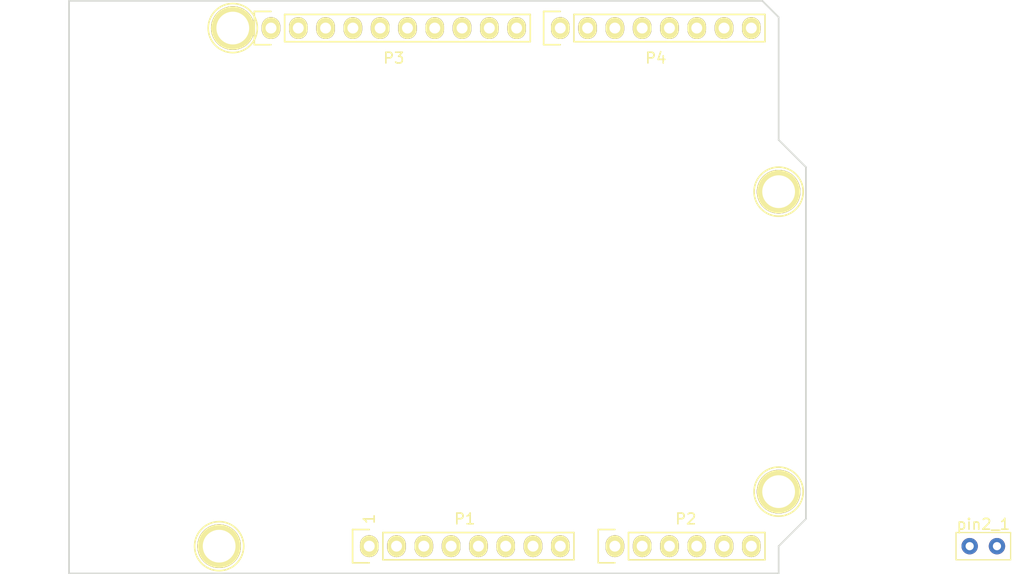
<source format=kicad_pcb>
(kicad_pcb (version 20171130) (host pcbnew "(5.1.6)-1")

  (general
    (thickness 1.6)
    (drawings 27)
    (tracks 0)
    (zones 0)
    (modules 9)
    (nets 33)
  )

  (page A4)
  (title_block
    (date "lun. 30 mars 2015")
  )

  (layers
    (0 F.Cu signal)
    (31 B.Cu signal)
    (32 B.Adhes user)
    (33 F.Adhes user)
    (34 B.Paste user)
    (35 F.Paste user)
    (36 B.SilkS user)
    (37 F.SilkS user)
    (38 B.Mask user)
    (39 F.Mask user)
    (40 Dwgs.User user)
    (41 Cmts.User user)
    (42 Eco1.User user)
    (43 Eco2.User user)
    (44 Edge.Cuts user)
    (45 Margin user)
    (46 B.CrtYd user)
    (47 F.CrtYd user)
    (48 B.Fab user)
    (49 F.Fab user)
  )

  (setup
    (last_trace_width 0.25)
    (trace_clearance 0.2)
    (zone_clearance 0.508)
    (zone_45_only no)
    (trace_min 0.2)
    (via_size 0.6)
    (via_drill 0.4)
    (via_min_size 0.4)
    (via_min_drill 0.3)
    (uvia_size 0.3)
    (uvia_drill 0.1)
    (uvias_allowed no)
    (uvia_min_size 0.2)
    (uvia_min_drill 0.1)
    (edge_width 0.15)
    (segment_width 0.15)
    (pcb_text_width 0.3)
    (pcb_text_size 1.5 1.5)
    (mod_edge_width 0.15)
    (mod_text_size 1 1)
    (mod_text_width 0.15)
    (pad_size 4.064 4.064)
    (pad_drill 3.048)
    (pad_to_mask_clearance 0)
    (aux_axis_origin 110.998 126.365)
    (grid_origin 110.998 126.365)
    (visible_elements 7FFFFFFF)
    (pcbplotparams
      (layerselection 0x00030_80000001)
      (usegerberextensions false)
      (usegerberattributes true)
      (usegerberadvancedattributes true)
      (creategerberjobfile true)
      (excludeedgelayer true)
      (linewidth 0.100000)
      (plotframeref false)
      (viasonmask false)
      (mode 1)
      (useauxorigin false)
      (hpglpennumber 1)
      (hpglpenspeed 20)
      (hpglpendiameter 15.000000)
      (psnegative false)
      (psa4output false)
      (plotreference true)
      (plotvalue true)
      (plotinvisibletext false)
      (padsonsilk false)
      (subtractmaskfromsilk false)
      (outputformat 1)
      (mirror false)
      (drillshape 1)
      (scaleselection 1)
      (outputdirectory ""))
  )

  (net 0 "")
  (net 1 /IOREF)
  (net 2 /Reset)
  (net 3 +5V)
  (net 4 GND)
  (net 5 /A0)
  (net 6 /A1)
  (net 7 /A2)
  (net 8 /A3)
  (net 9 /AREF)
  (net 10 "/A4(SDA)")
  (net 11 "/A5(SCL)")
  (net 12 "/9(**)")
  (net 13 /8)
  (net 14 /7)
  (net 15 "/6(**)")
  (net 16 "/5(**)")
  (net 17 /4)
  (net 18 "/3(**)")
  (net 19 /2)
  (net 20 "/1(Tx)")
  (net 21 "/0(Rx)")
  (net 22 "Net-(P5-Pad1)")
  (net 23 "Net-(P6-Pad1)")
  (net 24 "Net-(P7-Pad1)")
  (net 25 "Net-(P8-Pad1)")
  (net 26 "/13(SCK)")
  (net 27 "/10(**/SS)")
  (net 28 "Net-(P1-Pad1)")
  (net 29 +3V3)
  (net 30 "/12(MISO)")
  (net 31 "/11(**/MOSI)")
  (net 32 Vin)

  (net_class Default "This is the default net class."
    (clearance 0.2)
    (trace_width 0.25)
    (via_dia 0.6)
    (via_drill 0.4)
    (uvia_dia 0.3)
    (uvia_drill 0.1)
    (add_net +3V3)
    (add_net +5V)
    (add_net "/0(Rx)")
    (add_net "/1(Tx)")
    (add_net "/10(**/SS)")
    (add_net "/11(**/MOSI)")
    (add_net "/12(MISO)")
    (add_net "/13(SCK)")
    (add_net /2)
    (add_net "/3(**)")
    (add_net /4)
    (add_net "/5(**)")
    (add_net "/6(**)")
    (add_net /7)
    (add_net /8)
    (add_net "/9(**)")
    (add_net /A0)
    (add_net /A1)
    (add_net /A2)
    (add_net /A3)
    (add_net "/A4(SDA)")
    (add_net "/A5(SCL)")
    (add_net /AREF)
    (add_net /IOREF)
    (add_net /Reset)
    (add_net GND)
    (add_net "Net-(P1-Pad1)")
    (add_net "Net-(P5-Pad1)")
    (add_net "Net-(P6-Pad1)")
    (add_net "Net-(P7-Pad1)")
    (add_net "Net-(P8-Pad1)")
    (add_net Vin)
  )

  (module custom_pins:2pin_2.54 (layer F.Cu) (tedit 60E0655B) (tstamp 60E0C1A5)
    (at 196.088 121.285)
    (path /60E0E73D)
    (fp_text reference pin2_1 (at 0 0.5) (layer F.SilkS)
      (effects (font (size 1 1) (thickness 0.15)))
    )
    (fp_text value 2pin_2.54 (at 0 -0.5) (layer F.Fab)
      (effects (font (size 1 1) (thickness 0.15)))
    )
    (fp_line (start -2.54 1.27) (end -2.54 3.81) (layer F.SilkS) (width 0.12))
    (fp_line (start -2.54 3.81) (end 2.54 3.81) (layer F.SilkS) (width 0.12))
    (fp_line (start 2.54 3.81) (end 2.54 1.27) (layer F.SilkS) (width 0.12))
    (fp_line (start 2.54 1.27) (end -2.54 1.27) (layer F.SilkS) (width 0.12))
    (pad 2 thru_hole circle (at 1.27 2.54) (size 1.524 1.524) (drill 0.762) (layers *.Cu *.Mask)
      (net 4 GND))
    (pad 1 thru_hole circle (at -1.27 2.54) (size 1.524 1.524) (drill 0.762) (layers *.Cu *.Mask)
      (net 32 Vin))
  )

  (module Socket_Arduino_Uno:Socket_Strip_Arduino_1x08 locked (layer F.Cu) (tedit 552168D2) (tstamp 551AF9EA)
    (at 138.938 123.825)
    (descr "Through hole socket strip")
    (tags "socket strip")
    (path /56D70129)
    (fp_text reference P1 (at 8.89 -2.54) (layer F.SilkS)
      (effects (font (size 1 1) (thickness 0.15)))
    )
    (fp_text value Power (at 8.89 -4.064) (layer F.Fab)
      (effects (font (size 1 1) (thickness 0.15)))
    )
    (fp_line (start -1.55 -1.55) (end -1.55 1.55) (layer F.SilkS) (width 0.15))
    (fp_line (start 0 -1.55) (end -1.55 -1.55) (layer F.SilkS) (width 0.15))
    (fp_line (start 1.27 1.27) (end 1.27 -1.27) (layer F.SilkS) (width 0.15))
    (fp_line (start -1.55 1.55) (end 0 1.55) (layer F.SilkS) (width 0.15))
    (fp_line (start 19.05 -1.27) (end 1.27 -1.27) (layer F.SilkS) (width 0.15))
    (fp_line (start 19.05 1.27) (end 19.05 -1.27) (layer F.SilkS) (width 0.15))
    (fp_line (start 1.27 1.27) (end 19.05 1.27) (layer F.SilkS) (width 0.15))
    (fp_line (start -1.75 1.75) (end 19.55 1.75) (layer F.CrtYd) (width 0.05))
    (fp_line (start -1.75 -1.75) (end 19.55 -1.75) (layer F.CrtYd) (width 0.05))
    (fp_line (start 19.55 -1.75) (end 19.55 1.75) (layer F.CrtYd) (width 0.05))
    (fp_line (start -1.75 -1.75) (end -1.75 1.75) (layer F.CrtYd) (width 0.05))
    (pad 1 thru_hole oval (at 0 0) (size 1.7272 2.032) (drill 1.016) (layers *.Cu *.Mask F.SilkS)
      (net 28 "Net-(P1-Pad1)"))
    (pad 2 thru_hole oval (at 2.54 0) (size 1.7272 2.032) (drill 1.016) (layers *.Cu *.Mask F.SilkS)
      (net 1 /IOREF))
    (pad 3 thru_hole oval (at 5.08 0) (size 1.7272 2.032) (drill 1.016) (layers *.Cu *.Mask F.SilkS)
      (net 2 /Reset))
    (pad 4 thru_hole oval (at 7.62 0) (size 1.7272 2.032) (drill 1.016) (layers *.Cu *.Mask F.SilkS)
      (net 29 +3V3))
    (pad 5 thru_hole oval (at 10.16 0) (size 1.7272 2.032) (drill 1.016) (layers *.Cu *.Mask F.SilkS)
      (net 3 +5V))
    (pad 6 thru_hole oval (at 12.7 0) (size 1.7272 2.032) (drill 1.016) (layers *.Cu *.Mask F.SilkS)
      (net 4 GND))
    (pad 7 thru_hole oval (at 15.24 0) (size 1.7272 2.032) (drill 1.016) (layers *.Cu *.Mask F.SilkS)
      (net 4 GND))
    (pad 8 thru_hole oval (at 17.78 0) (size 1.7272 2.032) (drill 1.016) (layers *.Cu *.Mask F.SilkS)
      (net 32 Vin))
    (model ${KIPRJMOD}/Socket_Arduino_Uno.3dshapes/Socket_header_Arduino_1x08.wrl
      (offset (xyz 8.889999866485596 0 0))
      (scale (xyz 1 1 1))
      (rotate (xyz 0 0 180))
    )
  )

  (module Socket_Arduino_Uno:Socket_Strip_Arduino_1x06 locked (layer F.Cu) (tedit 552168D6) (tstamp 551AF9FF)
    (at 161.798 123.825)
    (descr "Through hole socket strip")
    (tags "socket strip")
    (path /56D70DD8)
    (fp_text reference P2 (at 6.604 -2.54) (layer F.SilkS)
      (effects (font (size 1 1) (thickness 0.15)))
    )
    (fp_text value Analog (at 6.604 -4.064) (layer F.Fab)
      (effects (font (size 1 1) (thickness 0.15)))
    )
    (fp_line (start -1.55 -1.55) (end -1.55 1.55) (layer F.SilkS) (width 0.15))
    (fp_line (start 0 -1.55) (end -1.55 -1.55) (layer F.SilkS) (width 0.15))
    (fp_line (start 1.27 1.27) (end 1.27 -1.27) (layer F.SilkS) (width 0.15))
    (fp_line (start -1.55 1.55) (end 0 1.55) (layer F.SilkS) (width 0.15))
    (fp_line (start 13.97 -1.27) (end 1.27 -1.27) (layer F.SilkS) (width 0.15))
    (fp_line (start 13.97 1.27) (end 13.97 -1.27) (layer F.SilkS) (width 0.15))
    (fp_line (start 1.27 1.27) (end 13.97 1.27) (layer F.SilkS) (width 0.15))
    (fp_line (start -1.75 1.75) (end 14.45 1.75) (layer F.CrtYd) (width 0.05))
    (fp_line (start -1.75 -1.75) (end 14.45 -1.75) (layer F.CrtYd) (width 0.05))
    (fp_line (start 14.45 -1.75) (end 14.45 1.75) (layer F.CrtYd) (width 0.05))
    (fp_line (start -1.75 -1.75) (end -1.75 1.75) (layer F.CrtYd) (width 0.05))
    (pad 1 thru_hole oval (at 0 0) (size 1.7272 2.032) (drill 1.016) (layers *.Cu *.Mask F.SilkS)
      (net 5 /A0))
    (pad 2 thru_hole oval (at 2.54 0) (size 1.7272 2.032) (drill 1.016) (layers *.Cu *.Mask F.SilkS)
      (net 6 /A1))
    (pad 3 thru_hole oval (at 5.08 0) (size 1.7272 2.032) (drill 1.016) (layers *.Cu *.Mask F.SilkS)
      (net 7 /A2))
    (pad 4 thru_hole oval (at 7.62 0) (size 1.7272 2.032) (drill 1.016) (layers *.Cu *.Mask F.SilkS)
      (net 8 /A3))
    (pad 5 thru_hole oval (at 10.16 0) (size 1.7272 2.032) (drill 1.016) (layers *.Cu *.Mask F.SilkS)
      (net 10 "/A4(SDA)"))
    (pad 6 thru_hole oval (at 12.7 0) (size 1.7272 2.032) (drill 1.016) (layers *.Cu *.Mask F.SilkS)
      (net 11 "/A5(SCL)"))
    (model ${KIPRJMOD}/Socket_Arduino_Uno.3dshapes/Socket_header_Arduino_1x06.wrl
      (offset (xyz 6.349999904632568 0 0))
      (scale (xyz 1 1 1))
      (rotate (xyz 0 0 180))
    )
  )

  (module Socket_Arduino_Uno:Socket_Strip_Arduino_1x10 locked (layer F.Cu) (tedit 552168BF) (tstamp 551AFA18)
    (at 129.794 75.565)
    (descr "Through hole socket strip")
    (tags "socket strip")
    (path /56D721E0)
    (fp_text reference P3 (at 11.43 2.794) (layer F.SilkS)
      (effects (font (size 1 1) (thickness 0.15)))
    )
    (fp_text value Digital (at 11.43 4.318) (layer F.Fab)
      (effects (font (size 1 1) (thickness 0.15)))
    )
    (fp_line (start -1.55 -1.55) (end -1.55 1.55) (layer F.SilkS) (width 0.15))
    (fp_line (start 0 -1.55) (end -1.55 -1.55) (layer F.SilkS) (width 0.15))
    (fp_line (start 1.27 1.27) (end 1.27 -1.27) (layer F.SilkS) (width 0.15))
    (fp_line (start -1.55 1.55) (end 0 1.55) (layer F.SilkS) (width 0.15))
    (fp_line (start 24.13 -1.27) (end 1.27 -1.27) (layer F.SilkS) (width 0.15))
    (fp_line (start 24.13 1.27) (end 24.13 -1.27) (layer F.SilkS) (width 0.15))
    (fp_line (start 1.27 1.27) (end 24.13 1.27) (layer F.SilkS) (width 0.15))
    (fp_line (start -1.75 1.75) (end 24.65 1.75) (layer F.CrtYd) (width 0.05))
    (fp_line (start -1.75 -1.75) (end 24.65 -1.75) (layer F.CrtYd) (width 0.05))
    (fp_line (start 24.65 -1.75) (end 24.65 1.75) (layer F.CrtYd) (width 0.05))
    (fp_line (start -1.75 -1.75) (end -1.75 1.75) (layer F.CrtYd) (width 0.05))
    (pad 1 thru_hole oval (at 0 0) (size 1.7272 2.032) (drill 1.016) (layers *.Cu *.Mask F.SilkS)
      (net 11 "/A5(SCL)"))
    (pad 2 thru_hole oval (at 2.54 0) (size 1.7272 2.032) (drill 1.016) (layers *.Cu *.Mask F.SilkS)
      (net 10 "/A4(SDA)"))
    (pad 3 thru_hole oval (at 5.08 0) (size 1.7272 2.032) (drill 1.016) (layers *.Cu *.Mask F.SilkS)
      (net 9 /AREF))
    (pad 4 thru_hole oval (at 7.62 0) (size 1.7272 2.032) (drill 1.016) (layers *.Cu *.Mask F.SilkS)
      (net 4 GND))
    (pad 5 thru_hole oval (at 10.16 0) (size 1.7272 2.032) (drill 1.016) (layers *.Cu *.Mask F.SilkS)
      (net 26 "/13(SCK)"))
    (pad 6 thru_hole oval (at 12.7 0) (size 1.7272 2.032) (drill 1.016) (layers *.Cu *.Mask F.SilkS)
      (net 30 "/12(MISO)"))
    (pad 7 thru_hole oval (at 15.24 0) (size 1.7272 2.032) (drill 1.016) (layers *.Cu *.Mask F.SilkS)
      (net 31 "/11(**/MOSI)"))
    (pad 8 thru_hole oval (at 17.78 0) (size 1.7272 2.032) (drill 1.016) (layers *.Cu *.Mask F.SilkS)
      (net 27 "/10(**/SS)"))
    (pad 9 thru_hole oval (at 20.32 0) (size 1.7272 2.032) (drill 1.016) (layers *.Cu *.Mask F.SilkS)
      (net 12 "/9(**)"))
    (pad 10 thru_hole oval (at 22.86 0) (size 1.7272 2.032) (drill 1.016) (layers *.Cu *.Mask F.SilkS)
      (net 13 /8))
    (model ${KIPRJMOD}/Socket_Arduino_Uno.3dshapes/Socket_header_Arduino_1x10.wrl
      (offset (xyz 11.42999982833862 0 0))
      (scale (xyz 1 1 1))
      (rotate (xyz 0 0 180))
    )
  )

  (module Socket_Arduino_Uno:Socket_Strip_Arduino_1x08 locked (layer F.Cu) (tedit 552168C7) (tstamp 551AFA2F)
    (at 156.718 75.565)
    (descr "Through hole socket strip")
    (tags "socket strip")
    (path /56D7164F)
    (fp_text reference P4 (at 8.89 2.794) (layer F.SilkS)
      (effects (font (size 1 1) (thickness 0.15)))
    )
    (fp_text value Digital (at 8.89 4.318) (layer F.Fab)
      (effects (font (size 1 1) (thickness 0.15)))
    )
    (fp_line (start -1.55 -1.55) (end -1.55 1.55) (layer F.SilkS) (width 0.15))
    (fp_line (start 0 -1.55) (end -1.55 -1.55) (layer F.SilkS) (width 0.15))
    (fp_line (start 1.27 1.27) (end 1.27 -1.27) (layer F.SilkS) (width 0.15))
    (fp_line (start -1.55 1.55) (end 0 1.55) (layer F.SilkS) (width 0.15))
    (fp_line (start 19.05 -1.27) (end 1.27 -1.27) (layer F.SilkS) (width 0.15))
    (fp_line (start 19.05 1.27) (end 19.05 -1.27) (layer F.SilkS) (width 0.15))
    (fp_line (start 1.27 1.27) (end 19.05 1.27) (layer F.SilkS) (width 0.15))
    (fp_line (start -1.75 1.75) (end 19.55 1.75) (layer F.CrtYd) (width 0.05))
    (fp_line (start -1.75 -1.75) (end 19.55 -1.75) (layer F.CrtYd) (width 0.05))
    (fp_line (start 19.55 -1.75) (end 19.55 1.75) (layer F.CrtYd) (width 0.05))
    (fp_line (start -1.75 -1.75) (end -1.75 1.75) (layer F.CrtYd) (width 0.05))
    (pad 1 thru_hole oval (at 0 0) (size 1.7272 2.032) (drill 1.016) (layers *.Cu *.Mask F.SilkS)
      (net 14 /7))
    (pad 2 thru_hole oval (at 2.54 0) (size 1.7272 2.032) (drill 1.016) (layers *.Cu *.Mask F.SilkS)
      (net 15 "/6(**)"))
    (pad 3 thru_hole oval (at 5.08 0) (size 1.7272 2.032) (drill 1.016) (layers *.Cu *.Mask F.SilkS)
      (net 16 "/5(**)"))
    (pad 4 thru_hole oval (at 7.62 0) (size 1.7272 2.032) (drill 1.016) (layers *.Cu *.Mask F.SilkS)
      (net 17 /4))
    (pad 5 thru_hole oval (at 10.16 0) (size 1.7272 2.032) (drill 1.016) (layers *.Cu *.Mask F.SilkS)
      (net 18 "/3(**)"))
    (pad 6 thru_hole oval (at 12.7 0) (size 1.7272 2.032) (drill 1.016) (layers *.Cu *.Mask F.SilkS)
      (net 19 /2))
    (pad 7 thru_hole oval (at 15.24 0) (size 1.7272 2.032) (drill 1.016) (layers *.Cu *.Mask F.SilkS)
      (net 20 "/1(Tx)"))
    (pad 8 thru_hole oval (at 17.78 0) (size 1.7272 2.032) (drill 1.016) (layers *.Cu *.Mask F.SilkS)
      (net 21 "/0(Rx)"))
    (model ${KIPRJMOD}/Socket_Arduino_Uno.3dshapes/Socket_header_Arduino_1x08.wrl
      (offset (xyz 8.889999866485596 0 0))
      (scale (xyz 1 1 1))
      (rotate (xyz 0 0 180))
    )
  )

  (module Socket_Arduino_Uno:Arduino_1pin locked (layer F.Cu) (tedit 5524FC39) (tstamp 5524FC3F)
    (at 124.968 123.825)
    (descr "module 1 pin (ou trou mecanique de percage)")
    (tags DEV)
    (path /56D71177)
    (fp_text reference P5 (at 0 -3.048) (layer F.SilkS) hide
      (effects (font (size 1 1) (thickness 0.15)))
    )
    (fp_text value CONN_01X01 (at 0 2.794) (layer F.Fab) hide
      (effects (font (size 1 1) (thickness 0.15)))
    )
    (fp_circle (center 0 0) (end 0 -2.286) (layer F.SilkS) (width 0.15))
    (pad 1 thru_hole circle (at 0 0) (size 4.064 4.064) (drill 3.048) (layers *.Cu *.Mask F.SilkS)
      (net 22 "Net-(P5-Pad1)"))
  )

  (module Socket_Arduino_Uno:Arduino_1pin locked (layer F.Cu) (tedit 5524FC4A) (tstamp 5524FC44)
    (at 177.038 118.745)
    (descr "module 1 pin (ou trou mecanique de percage)")
    (tags DEV)
    (path /56D71274)
    (fp_text reference P6 (at 0 -3.048) (layer F.SilkS) hide
      (effects (font (size 1 1) (thickness 0.15)))
    )
    (fp_text value CONN_01X01 (at 0 2.794) (layer F.Fab) hide
      (effects (font (size 1 1) (thickness 0.15)))
    )
    (fp_circle (center 0 0) (end 0 -2.286) (layer F.SilkS) (width 0.15))
    (pad 1 thru_hole circle (at 0 0) (size 4.064 4.064) (drill 3.048) (layers *.Cu *.Mask F.SilkS)
      (net 23 "Net-(P6-Pad1)"))
  )

  (module Socket_Arduino_Uno:Arduino_1pin locked (layer F.Cu) (tedit 5524FC2F) (tstamp 5524FC49)
    (at 126.238 75.565)
    (descr "module 1 pin (ou trou mecanique de percage)")
    (tags DEV)
    (path /56D712A8)
    (fp_text reference P7 (at 0 -3.048) (layer F.SilkS) hide
      (effects (font (size 1 1) (thickness 0.15)))
    )
    (fp_text value CONN_01X01 (at 0 2.794) (layer F.Fab) hide
      (effects (font (size 1 1) (thickness 0.15)))
    )
    (fp_circle (center 0 0) (end 0 -2.286) (layer F.SilkS) (width 0.15))
    (pad 1 thru_hole circle (at 0 0) (size 4.064 4.064) (drill 3.048) (layers *.Cu *.Mask F.SilkS)
      (net 24 "Net-(P7-Pad1)"))
  )

  (module Socket_Arduino_Uno:Arduino_1pin locked (layer F.Cu) (tedit 5524FC41) (tstamp 5524FC4E)
    (at 177.038 90.805)
    (descr "module 1 pin (ou trou mecanique de percage)")
    (tags DEV)
    (path /56D712DB)
    (fp_text reference P8 (at 0 -3.048) (layer F.SilkS) hide
      (effects (font (size 1 1) (thickness 0.15)))
    )
    (fp_text value CONN_01X01 (at 0 2.794) (layer F.Fab) hide
      (effects (font (size 1 1) (thickness 0.15)))
    )
    (fp_circle (center 0 0) (end 0 -2.286) (layer F.SilkS) (width 0.15))
    (pad 1 thru_hole circle (at 0 0) (size 4.064 4.064) (drill 3.048) (layers *.Cu *.Mask F.SilkS)
      (net 25 "Net-(P8-Pad1)"))
  )

  (gr_text 1 (at 138.938 121.285 90) (layer F.SilkS)
    (effects (font (size 1 1) (thickness 0.15)))
  )
  (gr_circle (center 117.348 76.962) (end 118.618 76.962) (layer Dwgs.User) (width 0.15))
  (gr_line (start 114.427 78.994) (end 114.427 74.93) (angle 90) (layer Dwgs.User) (width 0.15))
  (gr_line (start 120.269 78.994) (end 114.427 78.994) (angle 90) (layer Dwgs.User) (width 0.15))
  (gr_line (start 120.269 74.93) (end 120.269 78.994) (angle 90) (layer Dwgs.User) (width 0.15))
  (gr_line (start 114.427 74.93) (end 120.269 74.93) (angle 90) (layer Dwgs.User) (width 0.15))
  (gr_line (start 120.523 93.98) (end 104.648 93.98) (angle 90) (layer Dwgs.User) (width 0.15))
  (gr_line (start 177.038 74.549) (end 175.514 73.025) (angle 90) (layer Edge.Cuts) (width 0.15))
  (gr_line (start 177.038 85.979) (end 177.038 74.549) (angle 90) (layer Edge.Cuts) (width 0.15))
  (gr_line (start 179.578 88.519) (end 177.038 85.979) (angle 90) (layer Edge.Cuts) (width 0.15))
  (gr_line (start 179.578 121.285) (end 179.578 88.519) (angle 90) (layer Edge.Cuts) (width 0.15))
  (gr_line (start 177.038 123.825) (end 179.578 121.285) (angle 90) (layer Edge.Cuts) (width 0.15))
  (gr_line (start 177.038 126.365) (end 177.038 123.825) (angle 90) (layer Edge.Cuts) (width 0.15))
  (gr_line (start 110.998 126.365) (end 177.038 126.365) (angle 90) (layer Edge.Cuts) (width 0.15))
  (gr_line (start 110.998 73.025) (end 110.998 126.365) (angle 90) (layer Edge.Cuts) (width 0.15))
  (gr_line (start 175.514 73.025) (end 110.998 73.025) (angle 90) (layer Edge.Cuts) (width 0.15))
  (gr_line (start 173.355 102.235) (end 173.355 94.615) (angle 90) (layer Dwgs.User) (width 0.15))
  (gr_line (start 178.435 102.235) (end 173.355 102.235) (angle 90) (layer Dwgs.User) (width 0.15))
  (gr_line (start 178.435 94.615) (end 178.435 102.235) (angle 90) (layer Dwgs.User) (width 0.15))
  (gr_line (start 173.355 94.615) (end 178.435 94.615) (angle 90) (layer Dwgs.User) (width 0.15))
  (gr_line (start 109.093 123.19) (end 109.093 114.3) (angle 90) (layer Dwgs.User) (width 0.15))
  (gr_line (start 122.428 123.19) (end 109.093 123.19) (angle 90) (layer Dwgs.User) (width 0.15))
  (gr_line (start 122.428 114.3) (end 122.428 123.19) (angle 90) (layer Dwgs.User) (width 0.15))
  (gr_line (start 109.093 114.3) (end 122.428 114.3) (angle 90) (layer Dwgs.User) (width 0.15))
  (gr_line (start 104.648 93.98) (end 104.648 82.55) (angle 90) (layer Dwgs.User) (width 0.15))
  (gr_line (start 120.523 82.55) (end 120.523 93.98) (angle 90) (layer Dwgs.User) (width 0.15))
  (gr_line (start 104.648 82.55) (end 120.523 82.55) (angle 90) (layer Dwgs.User) (width 0.15))

)

</source>
